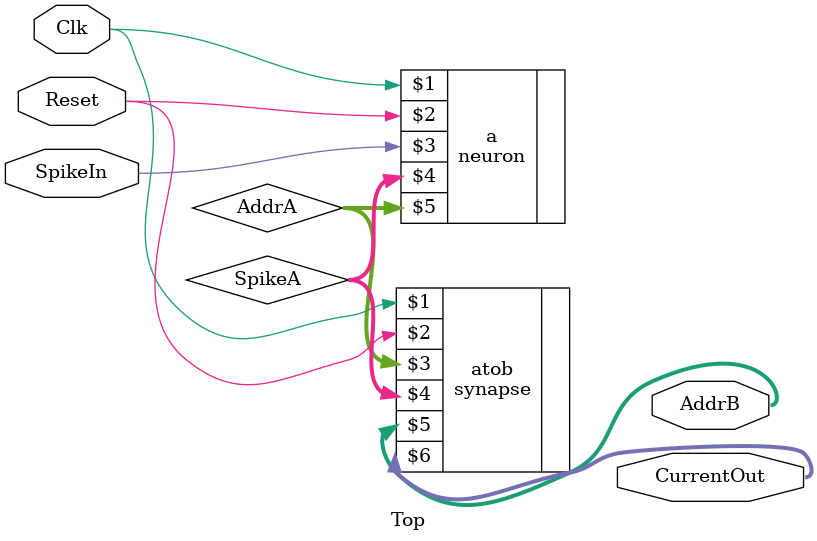
<source format=v>
`timescale 1ns / 1ps


module Top(input Clk, Reset, SpikeIn,
            output [31:0] AddrB, CurrentOut);
           
    // Spike wires
    wire [7:0] SpikeA, SpikeB;
    
    //Address wires
    wire [7:0] AddrA;
    
    // Weight wires
    wire [7:0] WeightA;

    neuron a(Clk, Reset, SpikeIn, SpikeA, AddrA);

//    Register256_8 weight_store(AddrA, 1, WeightA, Clk);
 
    synapse atob(Clk, Reset, AddrA, SpikeA, AddrB, CurrentOut);
    
//    neuron b(Clk, Reset, CurrentOut, SpikeB, AddrB);

endmodule

</source>
